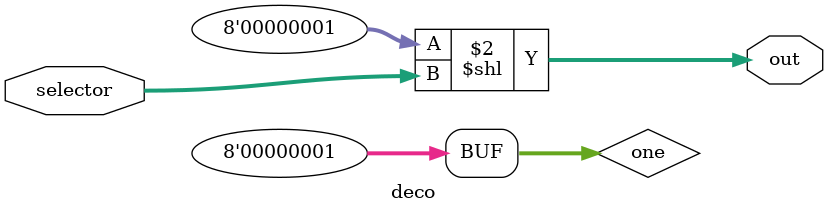
<source format=v>

module regfile(input  wire        clk, 
               input  wire        we3,           //se�al de habilitaci�n de escritura
               input  wire [3:0]  ra1, ra2, wa3, //direcciones de regs leidos y reg a escribir
               input  wire [7:0]  wd3, 			 //dato a escribir
               output wire [7:0]  rd1, rd2);     //datos leidos

  reg [7:0] regb[0:15]; //memoria de 16 registros de 8 bits de ancho

  initial
  begin
    $readmemb("regfile.dat",regb); // inicializa los registros a valores conocidos
  end  
  
  // El registro 0 siempre es cero
  // se leen dos reg combinacionalmente
  // y la escritura del tercero ocurre en flanco de subida del reloj
  
  always @(posedge clk)
    if (we3) regb[wa3] <= wd3;	
  
  assign rd1 = (ra1 != 0) ? regb[ra1] : 0;
  assign rd2 = (ra2 != 0) ? regb[ra2] : 0;

endmodule

//modulo sumador  
module sum #(parameter WIDTH = 10) (input  wire [WIDTH - 1:0] a, b,
             output wire [WIDTH - 1:0] y);

  assign y = a + b;

endmodule

//modulo registro para modelar el PC, cambia en cada flanco de subida de reloj o de reset
module registro #(parameter WIDTH = 8)
              (input wire             clk, reset,
               input wire [WIDTH-1:0] d, 
               output reg [WIDTH-1:0] q);

  always @(posedge clk, posedge reset)
    if (reset) q <= 0;
    else       q <= d;

endmodule

//modulo multiplexor, si s=1 sale d1, s=0 sale d0
module mux2 #(parameter WIDTH = 8)
             (input  wire [WIDTH-1:0] d0, d1, 
              input  wire             s, 
              output wire [WIDTH-1:0] y);

  assign y = s ? d1 : d0; 

endmodule

module mux4 #(parameter WIDTH = 8)
             (input wire [WIDTH-1:0] d0, d1, d2, d3,
             input wire [1:0] s, 
             output wire [WIDTH-1:0] y);

  wire [WIDTH-1:0] outM1, outM2;

  mux2 #(WIDTH)m1 (d0, d1, s[0], outM1);
  mux2 #(WIDTH)m2 (d2, d3, s[0], outM2);
  mux2 #(WIDTH)m3 (outM1, outM2, s[1], y); 
  
endmodule

//Biestable para el flag de cero
//Biestable tipo D s�ncrono con reset as�ncrono por flanco y entrada de habilitaci�n de carga
module ffd(input wire clk, reset, d, carga, output reg q);

  always @(posedge clk, posedge reset)
    if (reset)
	    q <= 1'b0;
	  else
	    if (carga)
	      q <= d;

endmodule 

module deco #(parameter NBITS = 8) (input wire [$clog2(NBITS)-1:0] selector, output reg [NBITS-1:0] out);
  
  reg [NBITS-1:0] one = 1;
  
  always @(selector) begin
    out = one << selector;    
  end

endmodule


</source>
